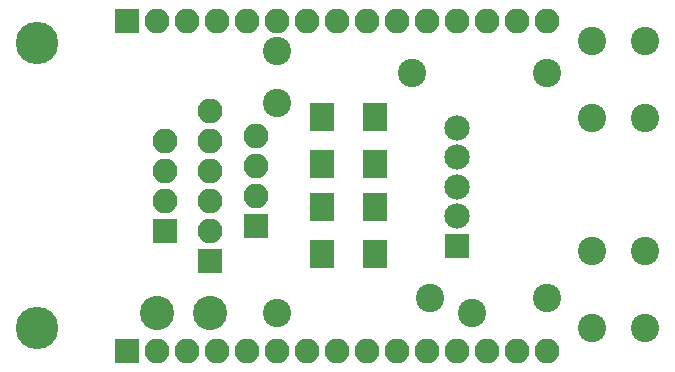
<source format=gbr>
G04 #@! TF.FileFunction,Soldermask,Bot*
%FSLAX46Y46*%
G04 Gerber Fmt 4.6, Leading zero omitted, Abs format (unit mm)*
G04 Created by KiCad (PCBNEW 4.0.7) date 03/26/18 16:44:32*
%MOMM*%
%LPD*%
G01*
G04 APERTURE LIST*
%ADD10C,0.100000*%
%ADD11C,2.400000*%
%ADD12R,2.100000X2.100000*%
%ADD13O,2.100000X2.100000*%
%ADD14R,2.150000X2.150000*%
%ADD15C,2.150000*%
%ADD16R,2.100000X2.400000*%
%ADD17C,3.600000*%
%ADD18C,2.899360*%
G04 APERTURE END LIST*
D10*
D11*
X173355000Y-79375000D03*
X173355000Y-83820000D03*
X173355000Y-101600000D03*
X189865000Y-101600000D03*
X186309000Y-100330000D03*
X196215000Y-100330000D03*
X184785000Y-81280000D03*
X196215000Y-81280000D03*
D12*
X163830000Y-94615000D03*
D13*
X163830000Y-92075000D03*
X163830000Y-89535000D03*
X163830000Y-86995000D03*
D12*
X167640000Y-97155000D03*
D13*
X167640000Y-94615000D03*
X167640000Y-92075000D03*
X167640000Y-89535000D03*
X167640000Y-86995000D03*
X167640000Y-84455000D03*
D11*
X199970000Y-85090000D03*
X204470000Y-85090000D03*
X199970000Y-78590000D03*
X204470000Y-78590000D03*
X199970000Y-102870000D03*
X204470000Y-102870000D03*
X199970000Y-96370000D03*
X204470000Y-96370000D03*
D14*
X188595000Y-95885000D03*
D15*
X188595000Y-93385000D03*
X188595000Y-90885000D03*
X188595000Y-88385000D03*
X188595000Y-85885000D03*
D16*
X177165000Y-92615000D03*
X177165000Y-96615000D03*
X181610000Y-92615000D03*
X181610000Y-96615000D03*
D12*
X160655000Y-104775000D03*
D13*
X163195000Y-104775000D03*
X165735000Y-104775000D03*
X168275000Y-104775000D03*
X170815000Y-104775000D03*
X173355000Y-104775000D03*
X175895000Y-104775000D03*
X178435000Y-104775000D03*
X180975000Y-104775000D03*
X183515000Y-104775000D03*
X186055000Y-104775000D03*
X188595000Y-104775000D03*
X191135000Y-104775000D03*
X193675000Y-104775000D03*
X196215000Y-104775000D03*
D12*
X160655000Y-76835000D03*
D13*
X163195000Y-76835000D03*
X165735000Y-76835000D03*
X168275000Y-76835000D03*
X170815000Y-76835000D03*
X173355000Y-76835000D03*
X175895000Y-76835000D03*
X178435000Y-76835000D03*
X180975000Y-76835000D03*
X183515000Y-76835000D03*
X186055000Y-76835000D03*
X188595000Y-76835000D03*
X191135000Y-76835000D03*
X193675000Y-76835000D03*
X196215000Y-76835000D03*
D12*
X171577000Y-94234000D03*
D13*
X171577000Y-91694000D03*
X171577000Y-89154000D03*
X171577000Y-86614000D03*
D17*
X153035000Y-102870000D03*
X153035000Y-78740000D03*
D18*
X163195000Y-101600000D03*
X167640000Y-101600000D03*
D16*
X177165000Y-84995000D03*
X177165000Y-88995000D03*
X181610000Y-84995000D03*
X181610000Y-88995000D03*
M02*

</source>
